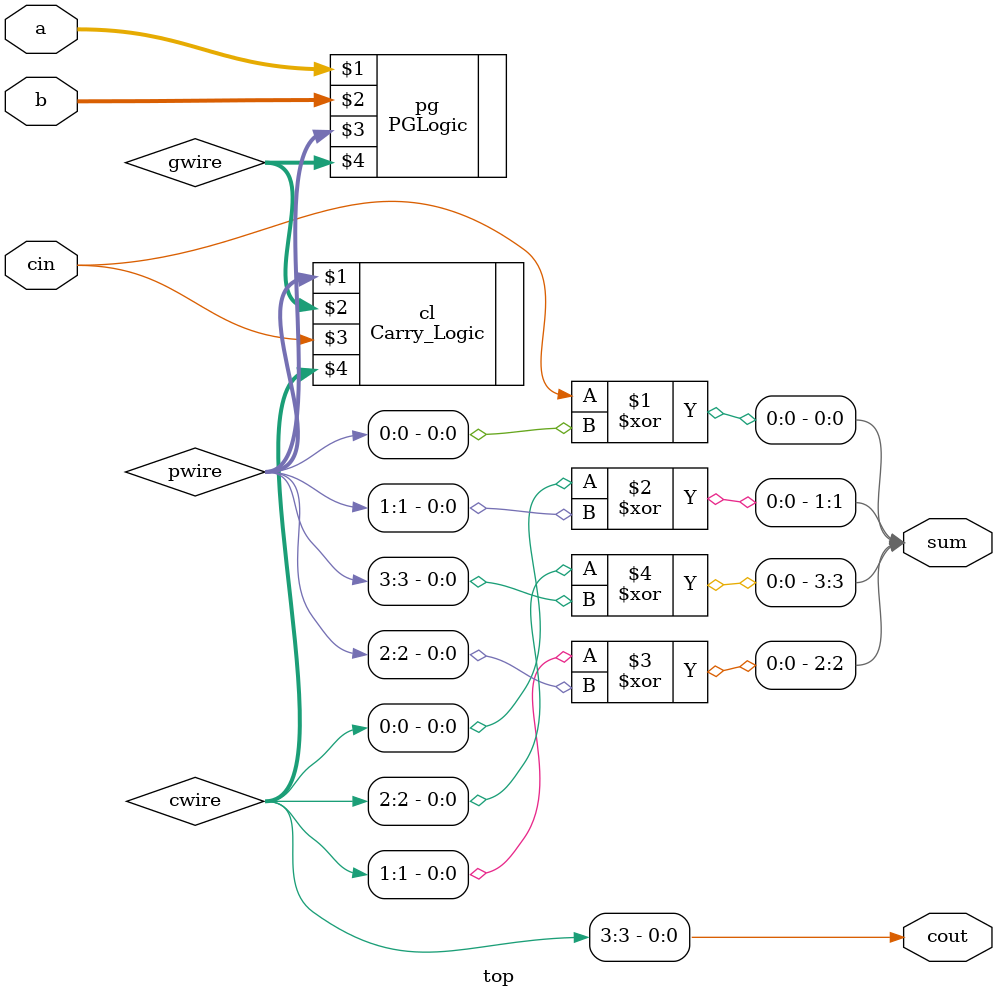
<source format=v>
`timescale 1ns / 1ps

module top(a, b, cin, sum, cout);
input [3:0] a;
input [3:0] b;
input cin;
output [3:0] sum;
output cout;

wire [3:0] pwire, gwire, cwire;

PGLogic pg (a, b, pwire, gwire);
Carry_Logic cl (pwire, gwire, cin, cwire);

assign sum[0] = cin^pwire[0];
assign sum[1] = cwire[0]^pwire[1];
assign sum[2] = cwire[1]^pwire[2];
assign sum[3] = cwire[2]^pwire[3];
assign cout = cwire[3];


endmodule

</source>
